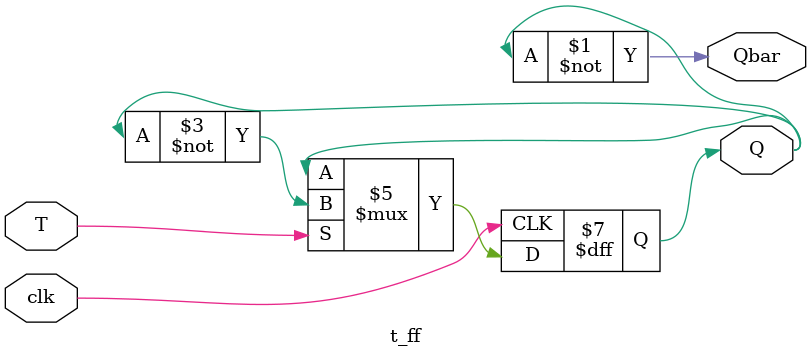
<source format=v>
`timescale 1ns / 1ps
module t_ff (
    input  wire T,
    input  wire clk,
    output reg  Q,
    output wire Qbar
);

assign Qbar = ~Q;

always @(posedge clk) begin
    if (T)
        Q <= ~Q;   // Toggle
    else
        Q <= Q;    // Hold
end

endmodule


</source>
